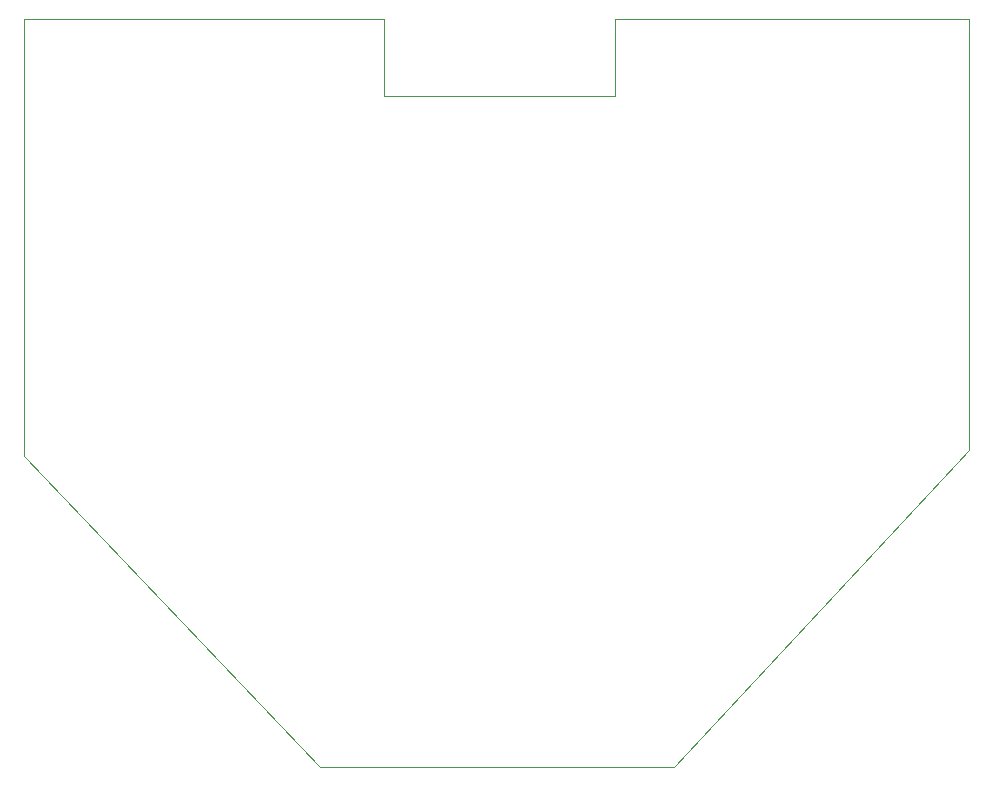
<source format=gm1>
G04 #@! TF.GenerationSoftware,KiCad,Pcbnew,7.0.1*
G04 #@! TF.CreationDate,2023-03-23T23:12:12+01:00*
G04 #@! TF.ProjectId,solarScavenger,736f6c61-7253-4636-9176-656e6765722e,rev?*
G04 #@! TF.SameCoordinates,Original*
G04 #@! TF.FileFunction,Profile,NP*
%FSLAX46Y46*%
G04 Gerber Fmt 4.6, Leading zero omitted, Abs format (unit mm)*
G04 Created by KiCad (PCBNEW 7.0.1) date 2023-03-23 23:12:12*
%MOMM*%
%LPD*%
G01*
G04 APERTURE LIST*
G04 #@! TA.AperFunction,Profile*
%ADD10C,0.100000*%
G04 #@! TD*
G04 APERTURE END LIST*
D10*
X7534000Y-2944000D02*
X7534000Y33548000D01*
X-72466000Y33548000D02*
X-72466000Y-3452000D01*
X-41966000Y33548000D02*
X-41966000Y27048000D01*
X-47466000Y-29718000D02*
X-17466000Y-29718000D01*
X-17466000Y-29718000D02*
X7534000Y-2944000D01*
X-22466000Y27048000D02*
X-22466000Y33548000D01*
X-72466000Y33548000D02*
X-41966000Y33548000D01*
X-22466000Y33548000D02*
X7534000Y33548000D01*
X-72466000Y-3452000D02*
X-47466000Y-29718000D01*
X-41966000Y27048000D02*
X-22466000Y27048000D01*
M02*

</source>
